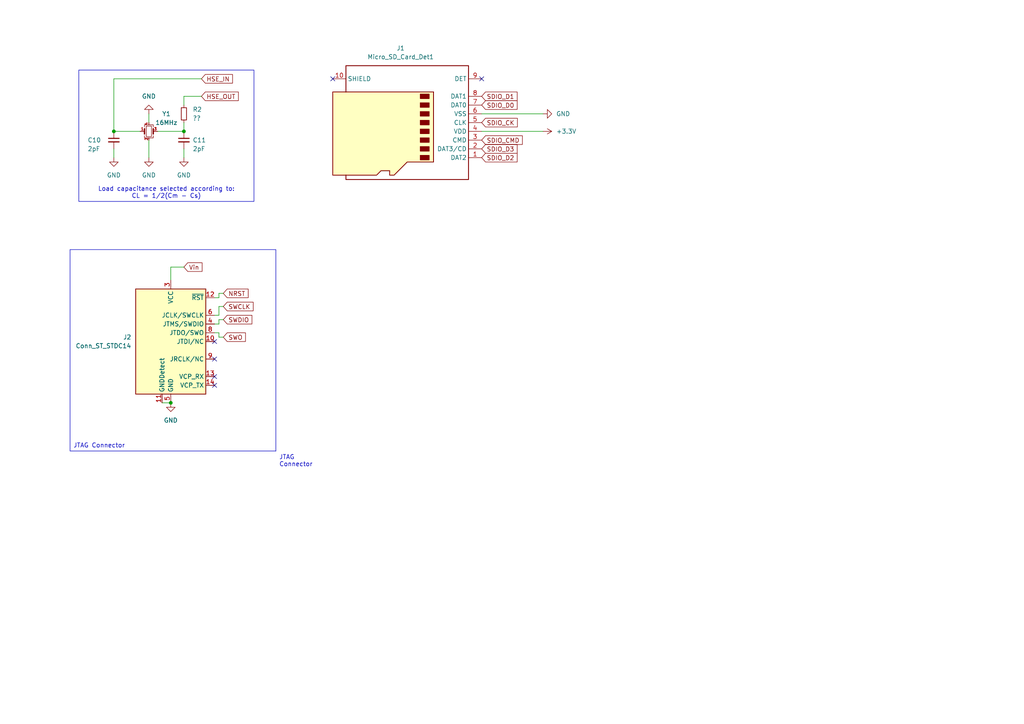
<source format=kicad_sch>
(kicad_sch (version 20230121) (generator eeschema)
  (paper "A4")
  (lib_symbols
    (symbol "Connector:Conn_ST_STDC14"
      (property "Reference" "J" (at -8.89 16.51 0))
      (property "Value" "Conn_ST_STDC14" (at 17.78 16.51 0))
      (symbol "Conn_ST_STDC14_0_1"
        (rectangle (start -10.16 15.24) (end 10.16 -15.24) (stroke (width 0.254)) (fill (type background)))
      )
      (symbol "Conn_ST_STDC14_1_1"
        (pin no_connect line (at -10.16 5.08 0) (length 2.54) hide (name "NC") (number "1"))
        (pin output line (at 12.7 0 180) (length 2.54) (name "JTDI/NC") (number "10"))
        (pin passive line (at -2.54 -17.78 90) (length 2.54) (name "GNDDetect") (number "11"))
        (pin open_collector line (at 12.7 12.7 180) (length 2.54) (name "~{RST}") (number "12"))
        (pin output line (at 12.7 -10.16 180) (length 2.54) (name "VCP_RX") (number "13"))
        (pin input line (at 12.7 -12.7 180) (length 2.54) (name "VCP_TX") (number "14"))
        (pin no_connect line (at -10.16 2.54 0) (length 2.54) hide (name "NC") (number "2"))
        (pin power_in line (at 0 17.78 270) (length 2.54) (name "VCC") (number "3"))
        (pin bidirectional line (at 12.7 5.08 180) (length 2.54) (name "JTMS/SWDIO") (number "4"))
        (pin power_in line (at 0 -17.78 90) (length 2.54) (name "GND") (number "5"))
        (pin output line (at 12.7 7.62 180) (length 2.54) (name "JCLK/SWCLK") (number "6"))
        (pin passive line (at 0 -17.78 90) (length 2.54) hide (name "GND") (number "7"))
        (pin input line (at 12.7 2.54 180) (length 2.54) (name "JTDO/SWO") (number "8"))
        (pin input line (at 12.7 -5.08 180) (length 2.54) (name "JRCLK/NC") (number "9"))
      )
    )
    (symbol "Connector:Micro_SD_Card_Det1"
      (property "Reference" "J" (at -16.51 17.78 0))
      (property "Value" "Micro_SD_Card_Det1" (at 16.51 17.78 0))
      (symbol "Micro_SD_Card_Det1_0_1"
        (rectangle (start -7.62 -6.985) (end -5.08 -8.255) (stroke (width 0.254)) (fill (type outline)))
        (rectangle (start -7.62 -4.445) (end -5.08 -5.715) (stroke (width 0.254)) (fill (type outline)))
        (rectangle (start -7.62 -1.905) (end -5.08 -3.175) (stroke (width 0.254)) (fill (type outline)))
        (rectangle (start -7.62 0.635) (end -5.08 -0.635) (stroke (width 0.254)) (fill (type outline)))
        (rectangle (start -7.62 3.175) (end -5.08 1.905) (stroke (width 0.254)) (fill (type outline)))
        (rectangle (start -7.62 5.715) (end -5.08 4.445) (stroke (width 0.254)) (fill (type outline)))
        (rectangle (start -7.62 8.255) (end -5.08 6.985) (stroke (width 0.254)) (fill (type outline)))
        (rectangle (start -7.62 10.795) (end -5.08 9.525) (stroke (width 0.254)) (fill (type outline)))
        (polyline (pts (xy 16.51 15.24) (xy 16.51 16.51) (xy -19.05 16.51) (xy -19.05 -16.51) (xy 16.51 -16.51) (xy 16.51 -8.89)) (stroke (width 0.254)))
        (polyline (pts (xy -8.89 -8.89) (xy -8.89 11.43) (xy -1.27 11.43) (xy 2.54 15.24) (xy 3.81 15.24) (xy 3.81 13.97) (xy 6.35 13.97) (xy 7.62 15.24) (xy 20.32 15.24) (xy 20.32 -8.89) (xy -8.89 -8.89)) (stroke (width 0.254)) (fill (type background)))
      )
      (symbol "Micro_SD_Card_Det1_1_1"
        (pin bidirectional line (at -22.86 10.16 0) (length 3.81) (name "DAT2") (number "1"))
        (pin passive line (at 20.32 -12.7 180) (length 3.81) (name "SHIELD") (number "10"))
        (pin bidirectional line (at -22.86 7.62 0) (length 3.81) (name "DAT3/CD") (number "2"))
        (pin input line (at -22.86 5.08 0) (length 3.81) (name "CMD") (number "3"))
        (pin power_in line (at -22.86 2.54 0) (length 3.81) (name "VDD") (number "4"))
        (pin input line (at -22.86 0 0) (length 3.81) (name "CLK") (number "5"))
        (pin power_in line (at -22.86 -2.54 0) (length 3.81) (name "VSS") (number "6"))
        (pin bidirectional line (at -22.86 -5.08 0) (length 3.81) (name "DAT0") (number "7"))
        (pin bidirectional line (at -22.86 -7.62 0) (length 3.81) (name "DAT1") (number "8"))
        (pin passive line (at -22.86 -12.7 0) (length 3.81) (name "DET") (number "9"))
      )
    )
    (symbol "Device:C_Small" (pin_numbers hide) (pin_names (offset 0.254) hide)
      (property "Reference" "C" (at 0.254 1.778 0))
      (property "Value" "C_Small" (at 0.254 -2.032 0))
      (symbol "C_Small_0_1"
        (polyline (pts (xy -1.524 -0.508) (xy 1.524 -0.508)) (stroke (width 0.3302)))
        (polyline (pts (xy -1.524 0.508) (xy 1.524 0.508)) (stroke (width 0.3048)))
      )
      (symbol "C_Small_1_1"
        (pin passive line (at 0 2.54 270) (length 2.032) (name "~") (number "1"))
        (pin passive line (at 0 -2.54 90) (length 2.032) (name "~") (number "2"))
      )
    )
    (symbol "Device:Crystal_GND24_Small" (pin_names (offset 1.016) hide)
      (property "Reference" "Y" (at 1.27 4.445 0))
      (property "Value" "Crystal_GND24_Small" (at 1.27 2.54 0))
      (symbol "Crystal_GND24_Small_0_1"
        (rectangle (start -0.762 -1.524) (end 0.762 1.524))
        (polyline (pts (xy -1.27 -0.762) (xy -1.27 0.762)) (stroke (width 0.381)))
        (polyline (pts (xy 1.27 -0.762) (xy 1.27 0.762)) (stroke (width 0.381)))
        (polyline (pts (xy -1.27 -1.27) (xy -1.27 -1.905) (xy 1.27 -1.905) (xy 1.27 -1.27)))
        (polyline (pts (xy -1.27 1.27) (xy -1.27 1.905) (xy 1.27 1.905) (xy 1.27 1.27)))
      )
      (symbol "Crystal_GND24_Small_1_1"
        (pin passive line (at -2.54 0 0) (length 1.27) (name "1") (number "1"))
        (pin passive line (at 0 -2.54 90) (length 0.635) (name "2") (number "2"))
        (pin passive line (at 2.54 0 180) (length 1.27) (name "3") (number "3"))
        (pin passive line (at 0 2.54 270) (length 0.635) (name "4") (number "4"))
      )
    )
    (symbol "Device:R_Small" (pin_numbers hide) (pin_names (offset 0.254) hide)
      (property "Reference" "R" (at 0.762 0.508 0))
      (property "Value" "R_Small" (at 0.762 -1.016 0))
      (symbol "R_Small_0_1"
        (rectangle (start -0.762 1.778) (end 0.762 -1.778) (stroke (width 0.2032)))
      )
      (symbol "R_Small_1_1"
        (pin passive line (at 0 2.54 270) (length 0.762) (name "~") (number "1"))
        (pin passive line (at 0 -2.54 90) (length 0.762) (name "~") (number "2"))
      )
    )
    (symbol "power:+3.3V" (power) (pin_names (offset 0))
      (property "Value" "+3.3V" (at 0 3.556 0))
      (symbol "+3.3V_0_1"
        (polyline (pts (xy -0.762 1.27) (xy 0 2.54)))
        (polyline (pts (xy 0 0) (xy 0 2.54)))
        (polyline (pts (xy 0 2.54) (xy 0.762 1.27)))
      )
      (symbol "+3.3V_1_1"
        (pin power_in line (at 0 0 90) (length 0) hide (name "+3.3V") (number "1"))
      )
    )
    (symbol "power:GND" (power) (pin_names (offset 0))
      (property "Value" "GND" (at 0 -3.81 0))
      (symbol "GND_0_1"
        (polyline (pts (xy 0 0) (xy 0 -1.27) (xy 1.27 -1.27) (xy 0 -2.54) (xy -1.27 -1.27) (xy 0 -1.27)))
      )
      (symbol "GND_1_1"
        (pin power_in line (at 0 0 270) (length 0) hide (name "GND") (number "1"))
      )
    )
  )
  (junction (at 53.34 38.1))
  (junction (at 33.02 38.1))
  (junction (at 49.53 116.84))
  (no_connect (at 96.52 22.86))
  (no_connect (at 62.23 111.76))
  (no_connect (at 62.23 104.14))
  (no_connect (at 62.23 109.22))
  (no_connect (at 139.7 22.86))
  (no_connect (at 62.23 99.06))
  (wire (pts (xy 43.18 40.64) (xy 43.18 45.72)))
  (wire (pts (xy 62.23 86.36) (xy 63.5 86.36)))
  (wire (pts (xy 63.5 96.52) (xy 62.23 96.52)))
  (wire (pts (xy 63.5 86.36) (xy 63.5 85.09)))
  (wire (pts (xy 33.02 22.86) (xy 33.02 38.1)))
  (wire (pts (xy 53.34 27.94) (xy 53.34 30.48)))
  (wire (pts (xy 33.02 43.18) (xy 33.02 45.72)))
  (wire (pts (xy 49.53 77.47) (xy 53.34 77.47)))
  (wire (pts (xy 139.7 33.02) (xy 157.48 33.02)))
  (wire (pts (xy 53.34 43.18) (xy 53.34 45.72)))
  (wire (pts (xy 43.18 33.02) (xy 43.18 35.56)))
  (wire (pts (xy 63.5 92.71) (xy 63.5 93.98)))
  (wire (pts (xy 58.42 22.86) (xy 33.02 22.86)))
  (wire (pts (xy 63.5 92.71) (xy 64.77 92.71)))
  (wire (pts (xy 63.5 97.79) (xy 64.77 97.79)))
  (wire (pts (xy 63.5 93.98) (xy 62.23 93.98)))
  (wire (pts (xy 63.5 91.44) (xy 62.23 91.44)))
  (wire (pts (xy 139.7 38.1) (xy 157.48 38.1)))
  (wire (pts (xy 63.5 97.79) (xy 63.5 96.52)))
  (wire (pts (xy 63.5 88.9) (xy 64.77 88.9)))
  (wire (pts (xy 63.5 85.09) (xy 64.77 85.09)))
  (wire (pts (xy 63.5 88.9) (xy 63.5 91.44)))
  (wire (pts (xy 49.53 81.28) (xy 49.53 77.47)))
  (wire (pts (xy 58.42 27.94) (xy 53.34 27.94)))
  (wire (pts (xy 46.99 116.84) (xy 49.53 116.84)))
  (wire (pts (xy 45.72 38.1) (xy 53.34 38.1)))
  (wire (pts (xy 53.34 35.56) (xy 53.34 38.1)))
  (wire (pts (xy 33.02 38.1) (xy 40.64 38.1)))
  (text_box "JTAG Connector" (at 20.32 72.39 0) (size 59.69 58.42) (effects (font (size 1.27 1.27)) (justify left bottom)))
  (text_box "Load capacitance selected according to:\nCL = 1/2(Cm - Cs)" (at 22.86 20.32 0) (size 50.8 38.1) (effects (font (size 1.27 1.27)) (justify bottom)))
  (text_box "JTAG Connector" (at 80.01 130.81 0) (size 0 0) (effects (font (size 1.27 1.27)) (justify left top)))
  (global_label "SDIO_D2" (shape input) (at 139.7 45.72 0) (property "Intersheetrefs" "${INTERSHEET_REFS}" (effects hide)))
  (global_label "SDIO_D3" (shape input) (at 139.7 43.18 0) (property "Intersheetrefs" "${INTERSHEET_REFS}" (effects hide)))
  (global_label "Vin" (shape input) (at 53.34 77.47 0) (property "Intersheetrefs" "${INTERSHEET_REFS}" (effects hide)))
  (global_label "SDIO_CK" (shape input) (at 139.7 35.56 0) (property "Intersheetrefs" "${INTERSHEET_REFS}" (effects hide)))
  (global_label "SDIO_CMD" (shape input) (at 139.7 40.64 0) (property "Intersheetrefs" "${INTERSHEET_REFS}" (effects hide)))
  (global_label "NRST" (shape input) (at 64.77 85.09 0) (property "Intersheetrefs" "${INTERSHEET_REFS}" (effects hide)))
  (global_label "SWDIO" (shape input) (at 64.77 92.71 0) (property "Intersheetrefs" "${INTERSHEET_REFS}" (effects hide)))
  (global_label "HSE_IN" (shape input) (at 58.42 22.86 0) (property "Intersheetrefs" "${INTERSHEET_REFS}" (effects hide)))
  (global_label "SWO" (shape input) (at 64.77 97.79 0) (property "Intersheetrefs" "${INTERSHEET_REFS}" (effects hide)))
  (global_label "HSE_OUT" (shape input) (at 58.42 27.94 0) (property "Intersheetrefs" "${INTERSHEET_REFS}" (effects hide)))
  (global_label "SDIO_D1" (shape input) (at 139.7 27.94 0) (property "Intersheetrefs" "${INTERSHEET_REFS}" (effects hide)))
  (global_label "SWCLK" (shape input) (at 64.77 88.9 0) (property "Intersheetrefs" "${INTERSHEET_REFS}" (effects hide)))
  (global_label "SDIO_D0" (shape input) (at 139.7 30.48 0) (property "Intersheetrefs" "${INTERSHEET_REFS}" (effects hide)))
  (symbol (lib_id "power:GND") (at 43.18 45.72 0) (unit 1)
    (property "Reference" "#PWR011" (effects hide))
    (property "Value" "GND" (at 43.18 50.8 0))
  )
  (symbol (lib_id "power:GND") (at 53.34 45.72 0) (unit 1)
    (property "Reference" "#PWR019" (effects hide))
    (property "Value" "GND" (at 53.34 50.8 0))
  )
  (symbol (lib_id "power:+3.3V") (at 157.48 38.1 270) (unit 1)
    (property "Reference" "#PWR016" (effects hide))
    (property "Value" "+3.3V" (at 161.29 38.1 90) (effects (justify left)))
  )
  (symbol (lib_id "Connector:Conn_ST_STDC14") (at 49.53 99.06 0) (unit 1)
    (property "Reference" "J2" (at 38.1 97.79 0) (effects (justify right)))
    (property "Value" "Conn_ST_STDC14" (at 38.1 100.33 0) (effects (justify right)))
    (property "Footprint" "Connector:Tag-Connect_TC2030-IDC-FP_2x03_P1.27mm_Vertical" (effects hide))
    (property "Datasheet" "https://www.st.com/content/ccc/resource/technical/document/user_manual/group1/99/49/91/b6/b2/3a/46/e5/DM00526767/files/DM00526767.pdf/jcr:content/translations/en.DM00526767.pdf" (effects hide))
  )
  (symbol (lib_id "Device:C_Small") (at 53.34 40.64 0) (unit 1)
    (property "Reference" "C11" (at 55.88 40.64 0) (effects (justify left)))
    (property "Value" "2pF" (at 55.88 43.18 0) (effects (justify left)))
    (property "Footprint" "Capacitor_SMD:C_0402_1005Metric" (effects hide))
  )
  (symbol (lib_id "power:GND") (at 43.18 33.02 180) (unit 1)
    (property "Reference" "#PWR010" (effects hide))
    (property "Value" "GND" (at 43.18 27.94 0))
  )
  (symbol (lib_id "Connector:Micro_SD_Card_Det1") (at 116.84 35.56 180) (unit 1)
    (property "Reference" "J1" (at 116.205 13.97 0))
    (property "Value" "Micro_SD_Card_Det1" (at 116.205 16.51 0))
    (property "Footprint" "Connector_Card:microSD_HC_Wuerth_693072010801" (effects hide))
    (property "Datasheet" "https://datasheet.lcsc.com/lcsc/2110151630_XKB-Connectivity-XKTF-015-N_C381082.pdf" (effects hide))
  )
  (symbol (lib_id "Device:Crystal_GND24_Small") (at 43.18 38.1 0) (unit 1)
    (property "Reference" "Y1" (at 48.26 33.02 0))
    (property "Value" "16MHz" (at 48.26 35.56 0))
    (property "Footprint" "Crystal:Crystal_SMD_3225-4Pin_3.2x2.5mm" (effects hide))
  )
  (symbol (lib_id "Device:R_Small") (at 53.34 33.02 0) (unit 1)
    (property "Reference" "R2" (at 55.88 31.75 0) (effects (justify left)))
    (property "Value" "??" (at 55.88 34.29 0) (effects (justify left)))
    (property "Footprint" "Resistor_SMD:R_0402_1005Metric" (effects hide))
  )
  (symbol (lib_id "power:GND") (at 49.53 116.84 0) (unit 1)
    (property "Reference" "#PWR012" (effects hide))
    (property "Value" "GND" (at 49.53 121.92 0))
  )
  (symbol (lib_id "power:GND") (at 33.02 45.72 0) (unit 1)
    (property "Reference" "#PWR09" (effects hide))
    (property "Value" "GND" (at 33.02 50.8 0))
  )
  (symbol (lib_id "power:GND") (at 157.48 33.02 90) (unit 1)
    (property "Reference" "#PWR015" (effects hide))
    (property "Value" "GND" (at 161.29 33.02 90) (effects (justify right)))
  )
  (symbol (lib_id "Device:C_Small") (at 33.02 40.64 0) (unit 1)
    (property "Reference" "C10" (at 25.4 40.64 0) (effects (justify left)))
    (property "Value" "2pF" (at 25.4 43.18 0) (effects (justify left)))
    (property "Footprint" "Capacitor_SMD:C_0402_1005Metric" (effects hide))
  )
)
</source>
